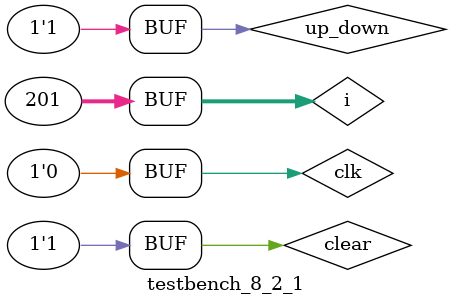
<source format=v>

module testbench_8_2_1(

    );
    reg clk;
    reg   clear;
    reg   up_down;
    wire  [7:0] qd;
    
    integer i;
    counter DUT (.clear(clear), .up_down(up_down), .qd(qd), .clk(clk));
    initial clk = 0;
    initial clear = 0;
    initial up_down = 0;
    initial
    begin
    for(i = 0; i < 201; i = i + 1)
        begin
        if (i % 5 == 0)
            clk = ~clk;
        if (i == 1)
            clear = 1;
        if (i == 100)
            up_down = 1;
        #1 clk = clk;
         end
    end
    
endmodule

</source>
